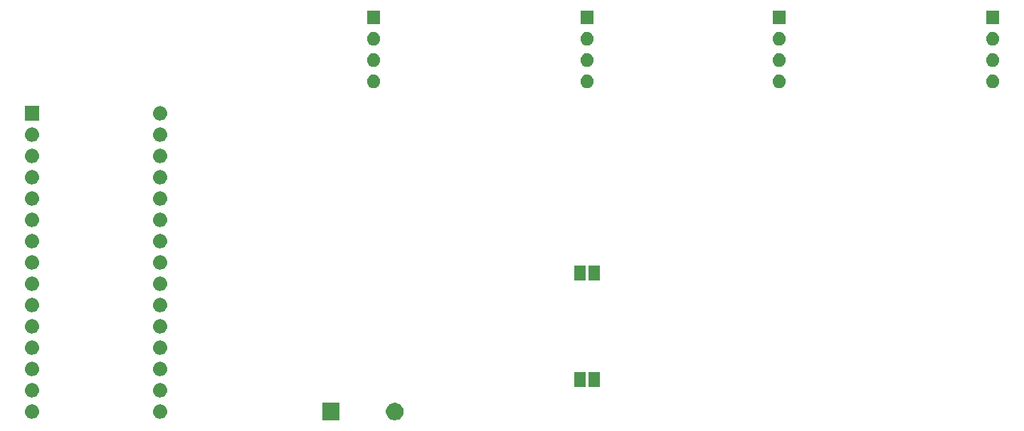
<source format=gts>
G04 #@! TF.GenerationSoftware,KiCad,Pcbnew,(5.1.0)-1*
G04 #@! TF.CreationDate,2019-10-21T13:58:11-04:00*
G04 #@! TF.ProjectId,PCB_NEW,5043425f-4e45-4572-9e6b-696361645f70,rev?*
G04 #@! TF.SameCoordinates,Original*
G04 #@! TF.FileFunction,Soldermask,Top*
G04 #@! TF.FilePolarity,Negative*
%FSLAX46Y46*%
G04 Gerber Fmt 4.6, Leading zero omitted, Abs format (unit mm)*
G04 Created by KiCad (PCBNEW (5.1.0)-1) date 2019-10-21 13:58:11*
%MOMM*%
%LPD*%
G04 APERTURE LIST*
%ADD10C,0.100000*%
G04 APERTURE END LIST*
D10*
G36*
X105696564Y-122179389D02*
G01*
X105887833Y-122258615D01*
X105887835Y-122258616D01*
X106008138Y-122339000D01*
X106059973Y-122373635D01*
X106206365Y-122520027D01*
X106321385Y-122692167D01*
X106400611Y-122883436D01*
X106441000Y-123086484D01*
X106441000Y-123293516D01*
X106400611Y-123496564D01*
X106330811Y-123665076D01*
X106321384Y-123687835D01*
X106206365Y-123859973D01*
X106059973Y-124006365D01*
X105887835Y-124121384D01*
X105887834Y-124121385D01*
X105887833Y-124121385D01*
X105696564Y-124200611D01*
X105493516Y-124241000D01*
X105286484Y-124241000D01*
X105083436Y-124200611D01*
X104892167Y-124121385D01*
X104892166Y-124121385D01*
X104892165Y-124121384D01*
X104720027Y-124006365D01*
X104573635Y-123859973D01*
X104458616Y-123687835D01*
X104449189Y-123665076D01*
X104379389Y-123496564D01*
X104339000Y-123293516D01*
X104339000Y-123086484D01*
X104379389Y-122883436D01*
X104458615Y-122692167D01*
X104573635Y-122520027D01*
X104720027Y-122373635D01*
X104771862Y-122339000D01*
X104892165Y-122258616D01*
X104892167Y-122258615D01*
X105083436Y-122179389D01*
X105286484Y-122139000D01*
X105493516Y-122139000D01*
X105696564Y-122179389D01*
X105696564Y-122179389D01*
G37*
G36*
X98841000Y-124241000D02*
G01*
X96739000Y-124241000D01*
X96739000Y-122139000D01*
X98841000Y-122139000D01*
X98841000Y-124241000D01*
X98841000Y-124241000D01*
G37*
G36*
X62396823Y-122351313D02*
G01*
X62557242Y-122399976D01*
X62689906Y-122470886D01*
X62705078Y-122478996D01*
X62834659Y-122585341D01*
X62941004Y-122714922D01*
X62941005Y-122714924D01*
X63020024Y-122862758D01*
X63068687Y-123023177D01*
X63085117Y-123190000D01*
X63068687Y-123356823D01*
X63020024Y-123517242D01*
X62949114Y-123649906D01*
X62941004Y-123665078D01*
X62834659Y-123794659D01*
X62705078Y-123901004D01*
X62705076Y-123901005D01*
X62557242Y-123980024D01*
X62396823Y-124028687D01*
X62271804Y-124041000D01*
X62188196Y-124041000D01*
X62063177Y-124028687D01*
X61902758Y-123980024D01*
X61754924Y-123901005D01*
X61754922Y-123901004D01*
X61625341Y-123794659D01*
X61518996Y-123665078D01*
X61510886Y-123649906D01*
X61439976Y-123517242D01*
X61391313Y-123356823D01*
X61374883Y-123190000D01*
X61391313Y-123023177D01*
X61439976Y-122862758D01*
X61518995Y-122714924D01*
X61518996Y-122714922D01*
X61625341Y-122585341D01*
X61754922Y-122478996D01*
X61770094Y-122470886D01*
X61902758Y-122399976D01*
X62063177Y-122351313D01*
X62188196Y-122339000D01*
X62271804Y-122339000D01*
X62396823Y-122351313D01*
X62396823Y-122351313D01*
G37*
G36*
X77636823Y-122351313D02*
G01*
X77797242Y-122399976D01*
X77929906Y-122470886D01*
X77945078Y-122478996D01*
X78074659Y-122585341D01*
X78181004Y-122714922D01*
X78181005Y-122714924D01*
X78260024Y-122862758D01*
X78308687Y-123023177D01*
X78325117Y-123190000D01*
X78308687Y-123356823D01*
X78260024Y-123517242D01*
X78189114Y-123649906D01*
X78181004Y-123665078D01*
X78074659Y-123794659D01*
X77945078Y-123901004D01*
X77945076Y-123901005D01*
X77797242Y-123980024D01*
X77636823Y-124028687D01*
X77511804Y-124041000D01*
X77428196Y-124041000D01*
X77303177Y-124028687D01*
X77142758Y-123980024D01*
X76994924Y-123901005D01*
X76994922Y-123901004D01*
X76865341Y-123794659D01*
X76758996Y-123665078D01*
X76750886Y-123649906D01*
X76679976Y-123517242D01*
X76631313Y-123356823D01*
X76614883Y-123190000D01*
X76631313Y-123023177D01*
X76679976Y-122862758D01*
X76758995Y-122714924D01*
X76758996Y-122714922D01*
X76865341Y-122585341D01*
X76994922Y-122478996D01*
X77010094Y-122470886D01*
X77142758Y-122399976D01*
X77303177Y-122351313D01*
X77428196Y-122339000D01*
X77511804Y-122339000D01*
X77636823Y-122351313D01*
X77636823Y-122351313D01*
G37*
G36*
X77636823Y-119811313D02*
G01*
X77797242Y-119859976D01*
X77929906Y-119930886D01*
X77945078Y-119938996D01*
X78074659Y-120045341D01*
X78181004Y-120174922D01*
X78181005Y-120174924D01*
X78260024Y-120322758D01*
X78308687Y-120483177D01*
X78325117Y-120650000D01*
X78308687Y-120816823D01*
X78260024Y-120977242D01*
X78189114Y-121109906D01*
X78181004Y-121125078D01*
X78074659Y-121254659D01*
X77945078Y-121361004D01*
X77945076Y-121361005D01*
X77797242Y-121440024D01*
X77636823Y-121488687D01*
X77511804Y-121501000D01*
X77428196Y-121501000D01*
X77303177Y-121488687D01*
X77142758Y-121440024D01*
X76994924Y-121361005D01*
X76994922Y-121361004D01*
X76865341Y-121254659D01*
X76758996Y-121125078D01*
X76750886Y-121109906D01*
X76679976Y-120977242D01*
X76631313Y-120816823D01*
X76614883Y-120650000D01*
X76631313Y-120483177D01*
X76679976Y-120322758D01*
X76758995Y-120174924D01*
X76758996Y-120174922D01*
X76865341Y-120045341D01*
X76994922Y-119938996D01*
X77010094Y-119930886D01*
X77142758Y-119859976D01*
X77303177Y-119811313D01*
X77428196Y-119799000D01*
X77511804Y-119799000D01*
X77636823Y-119811313D01*
X77636823Y-119811313D01*
G37*
G36*
X62396823Y-119811313D02*
G01*
X62557242Y-119859976D01*
X62689906Y-119930886D01*
X62705078Y-119938996D01*
X62834659Y-120045341D01*
X62941004Y-120174922D01*
X62941005Y-120174924D01*
X63020024Y-120322758D01*
X63068687Y-120483177D01*
X63085117Y-120650000D01*
X63068687Y-120816823D01*
X63020024Y-120977242D01*
X62949114Y-121109906D01*
X62941004Y-121125078D01*
X62834659Y-121254659D01*
X62705078Y-121361004D01*
X62705076Y-121361005D01*
X62557242Y-121440024D01*
X62396823Y-121488687D01*
X62271804Y-121501000D01*
X62188196Y-121501000D01*
X62063177Y-121488687D01*
X61902758Y-121440024D01*
X61754924Y-121361005D01*
X61754922Y-121361004D01*
X61625341Y-121254659D01*
X61518996Y-121125078D01*
X61510886Y-121109906D01*
X61439976Y-120977242D01*
X61391313Y-120816823D01*
X61374883Y-120650000D01*
X61391313Y-120483177D01*
X61439976Y-120322758D01*
X61518995Y-120174924D01*
X61518996Y-120174922D01*
X61625341Y-120045341D01*
X61754922Y-119938996D01*
X61770094Y-119930886D01*
X61902758Y-119859976D01*
X62063177Y-119811313D01*
X62188196Y-119799000D01*
X62271804Y-119799000D01*
X62396823Y-119811313D01*
X62396823Y-119811313D01*
G37*
G36*
X128066000Y-120231000D02*
G01*
X126714000Y-120231000D01*
X126714000Y-118529000D01*
X128066000Y-118529000D01*
X128066000Y-120231000D01*
X128066000Y-120231000D01*
G37*
G36*
X129826000Y-120231000D02*
G01*
X128474000Y-120231000D01*
X128474000Y-118529000D01*
X129826000Y-118529000D01*
X129826000Y-120231000D01*
X129826000Y-120231000D01*
G37*
G36*
X77636823Y-117271313D02*
G01*
X77797242Y-117319976D01*
X77929906Y-117390886D01*
X77945078Y-117398996D01*
X78074659Y-117505341D01*
X78181004Y-117634922D01*
X78181005Y-117634924D01*
X78260024Y-117782758D01*
X78308687Y-117943177D01*
X78325117Y-118110000D01*
X78308687Y-118276823D01*
X78260024Y-118437242D01*
X78210978Y-118529000D01*
X78181004Y-118585078D01*
X78074659Y-118714659D01*
X77945078Y-118821004D01*
X77945076Y-118821005D01*
X77797242Y-118900024D01*
X77636823Y-118948687D01*
X77511804Y-118961000D01*
X77428196Y-118961000D01*
X77303177Y-118948687D01*
X77142758Y-118900024D01*
X76994924Y-118821005D01*
X76994922Y-118821004D01*
X76865341Y-118714659D01*
X76758996Y-118585078D01*
X76729022Y-118529000D01*
X76679976Y-118437242D01*
X76631313Y-118276823D01*
X76614883Y-118110000D01*
X76631313Y-117943177D01*
X76679976Y-117782758D01*
X76758995Y-117634924D01*
X76758996Y-117634922D01*
X76865341Y-117505341D01*
X76994922Y-117398996D01*
X77010094Y-117390886D01*
X77142758Y-117319976D01*
X77303177Y-117271313D01*
X77428196Y-117259000D01*
X77511804Y-117259000D01*
X77636823Y-117271313D01*
X77636823Y-117271313D01*
G37*
G36*
X62396823Y-117271313D02*
G01*
X62557242Y-117319976D01*
X62689906Y-117390886D01*
X62705078Y-117398996D01*
X62834659Y-117505341D01*
X62941004Y-117634922D01*
X62941005Y-117634924D01*
X63020024Y-117782758D01*
X63068687Y-117943177D01*
X63085117Y-118110000D01*
X63068687Y-118276823D01*
X63020024Y-118437242D01*
X62970978Y-118529000D01*
X62941004Y-118585078D01*
X62834659Y-118714659D01*
X62705078Y-118821004D01*
X62705076Y-118821005D01*
X62557242Y-118900024D01*
X62396823Y-118948687D01*
X62271804Y-118961000D01*
X62188196Y-118961000D01*
X62063177Y-118948687D01*
X61902758Y-118900024D01*
X61754924Y-118821005D01*
X61754922Y-118821004D01*
X61625341Y-118714659D01*
X61518996Y-118585078D01*
X61489022Y-118529000D01*
X61439976Y-118437242D01*
X61391313Y-118276823D01*
X61374883Y-118110000D01*
X61391313Y-117943177D01*
X61439976Y-117782758D01*
X61518995Y-117634924D01*
X61518996Y-117634922D01*
X61625341Y-117505341D01*
X61754922Y-117398996D01*
X61770094Y-117390886D01*
X61902758Y-117319976D01*
X62063177Y-117271313D01*
X62188196Y-117259000D01*
X62271804Y-117259000D01*
X62396823Y-117271313D01*
X62396823Y-117271313D01*
G37*
G36*
X77636823Y-114731313D02*
G01*
X77797242Y-114779976D01*
X77929906Y-114850886D01*
X77945078Y-114858996D01*
X78074659Y-114965341D01*
X78181004Y-115094922D01*
X78181005Y-115094924D01*
X78260024Y-115242758D01*
X78308687Y-115403177D01*
X78325117Y-115570000D01*
X78308687Y-115736823D01*
X78260024Y-115897242D01*
X78189114Y-116029906D01*
X78181004Y-116045078D01*
X78074659Y-116174659D01*
X77945078Y-116281004D01*
X77945076Y-116281005D01*
X77797242Y-116360024D01*
X77636823Y-116408687D01*
X77511804Y-116421000D01*
X77428196Y-116421000D01*
X77303177Y-116408687D01*
X77142758Y-116360024D01*
X76994924Y-116281005D01*
X76994922Y-116281004D01*
X76865341Y-116174659D01*
X76758996Y-116045078D01*
X76750886Y-116029906D01*
X76679976Y-115897242D01*
X76631313Y-115736823D01*
X76614883Y-115570000D01*
X76631313Y-115403177D01*
X76679976Y-115242758D01*
X76758995Y-115094924D01*
X76758996Y-115094922D01*
X76865341Y-114965341D01*
X76994922Y-114858996D01*
X77010094Y-114850886D01*
X77142758Y-114779976D01*
X77303177Y-114731313D01*
X77428196Y-114719000D01*
X77511804Y-114719000D01*
X77636823Y-114731313D01*
X77636823Y-114731313D01*
G37*
G36*
X62396823Y-114731313D02*
G01*
X62557242Y-114779976D01*
X62689906Y-114850886D01*
X62705078Y-114858996D01*
X62834659Y-114965341D01*
X62941004Y-115094922D01*
X62941005Y-115094924D01*
X63020024Y-115242758D01*
X63068687Y-115403177D01*
X63085117Y-115570000D01*
X63068687Y-115736823D01*
X63020024Y-115897242D01*
X62949114Y-116029906D01*
X62941004Y-116045078D01*
X62834659Y-116174659D01*
X62705078Y-116281004D01*
X62705076Y-116281005D01*
X62557242Y-116360024D01*
X62396823Y-116408687D01*
X62271804Y-116421000D01*
X62188196Y-116421000D01*
X62063177Y-116408687D01*
X61902758Y-116360024D01*
X61754924Y-116281005D01*
X61754922Y-116281004D01*
X61625341Y-116174659D01*
X61518996Y-116045078D01*
X61510886Y-116029906D01*
X61439976Y-115897242D01*
X61391313Y-115736823D01*
X61374883Y-115570000D01*
X61391313Y-115403177D01*
X61439976Y-115242758D01*
X61518995Y-115094924D01*
X61518996Y-115094922D01*
X61625341Y-114965341D01*
X61754922Y-114858996D01*
X61770094Y-114850886D01*
X61902758Y-114779976D01*
X62063177Y-114731313D01*
X62188196Y-114719000D01*
X62271804Y-114719000D01*
X62396823Y-114731313D01*
X62396823Y-114731313D01*
G37*
G36*
X62396823Y-112191313D02*
G01*
X62557242Y-112239976D01*
X62689906Y-112310886D01*
X62705078Y-112318996D01*
X62834659Y-112425341D01*
X62941004Y-112554922D01*
X62941005Y-112554924D01*
X63020024Y-112702758D01*
X63068687Y-112863177D01*
X63085117Y-113030000D01*
X63068687Y-113196823D01*
X63020024Y-113357242D01*
X62949114Y-113489906D01*
X62941004Y-113505078D01*
X62834659Y-113634659D01*
X62705078Y-113741004D01*
X62705076Y-113741005D01*
X62557242Y-113820024D01*
X62396823Y-113868687D01*
X62271804Y-113881000D01*
X62188196Y-113881000D01*
X62063177Y-113868687D01*
X61902758Y-113820024D01*
X61754924Y-113741005D01*
X61754922Y-113741004D01*
X61625341Y-113634659D01*
X61518996Y-113505078D01*
X61510886Y-113489906D01*
X61439976Y-113357242D01*
X61391313Y-113196823D01*
X61374883Y-113030000D01*
X61391313Y-112863177D01*
X61439976Y-112702758D01*
X61518995Y-112554924D01*
X61518996Y-112554922D01*
X61625341Y-112425341D01*
X61754922Y-112318996D01*
X61770094Y-112310886D01*
X61902758Y-112239976D01*
X62063177Y-112191313D01*
X62188196Y-112179000D01*
X62271804Y-112179000D01*
X62396823Y-112191313D01*
X62396823Y-112191313D01*
G37*
G36*
X77636823Y-112191313D02*
G01*
X77797242Y-112239976D01*
X77929906Y-112310886D01*
X77945078Y-112318996D01*
X78074659Y-112425341D01*
X78181004Y-112554922D01*
X78181005Y-112554924D01*
X78260024Y-112702758D01*
X78308687Y-112863177D01*
X78325117Y-113030000D01*
X78308687Y-113196823D01*
X78260024Y-113357242D01*
X78189114Y-113489906D01*
X78181004Y-113505078D01*
X78074659Y-113634659D01*
X77945078Y-113741004D01*
X77945076Y-113741005D01*
X77797242Y-113820024D01*
X77636823Y-113868687D01*
X77511804Y-113881000D01*
X77428196Y-113881000D01*
X77303177Y-113868687D01*
X77142758Y-113820024D01*
X76994924Y-113741005D01*
X76994922Y-113741004D01*
X76865341Y-113634659D01*
X76758996Y-113505078D01*
X76750886Y-113489906D01*
X76679976Y-113357242D01*
X76631313Y-113196823D01*
X76614883Y-113030000D01*
X76631313Y-112863177D01*
X76679976Y-112702758D01*
X76758995Y-112554924D01*
X76758996Y-112554922D01*
X76865341Y-112425341D01*
X76994922Y-112318996D01*
X77010094Y-112310886D01*
X77142758Y-112239976D01*
X77303177Y-112191313D01*
X77428196Y-112179000D01*
X77511804Y-112179000D01*
X77636823Y-112191313D01*
X77636823Y-112191313D01*
G37*
G36*
X77636823Y-109651313D02*
G01*
X77797242Y-109699976D01*
X77929906Y-109770886D01*
X77945078Y-109778996D01*
X78074659Y-109885341D01*
X78181004Y-110014922D01*
X78181005Y-110014924D01*
X78260024Y-110162758D01*
X78308687Y-110323177D01*
X78325117Y-110490000D01*
X78308687Y-110656823D01*
X78260024Y-110817242D01*
X78189114Y-110949906D01*
X78181004Y-110965078D01*
X78074659Y-111094659D01*
X77945078Y-111201004D01*
X77945076Y-111201005D01*
X77797242Y-111280024D01*
X77636823Y-111328687D01*
X77511804Y-111341000D01*
X77428196Y-111341000D01*
X77303177Y-111328687D01*
X77142758Y-111280024D01*
X76994924Y-111201005D01*
X76994922Y-111201004D01*
X76865341Y-111094659D01*
X76758996Y-110965078D01*
X76750886Y-110949906D01*
X76679976Y-110817242D01*
X76631313Y-110656823D01*
X76614883Y-110490000D01*
X76631313Y-110323177D01*
X76679976Y-110162758D01*
X76758995Y-110014924D01*
X76758996Y-110014922D01*
X76865341Y-109885341D01*
X76994922Y-109778996D01*
X77010094Y-109770886D01*
X77142758Y-109699976D01*
X77303177Y-109651313D01*
X77428196Y-109639000D01*
X77511804Y-109639000D01*
X77636823Y-109651313D01*
X77636823Y-109651313D01*
G37*
G36*
X62396823Y-109651313D02*
G01*
X62557242Y-109699976D01*
X62689906Y-109770886D01*
X62705078Y-109778996D01*
X62834659Y-109885341D01*
X62941004Y-110014922D01*
X62941005Y-110014924D01*
X63020024Y-110162758D01*
X63068687Y-110323177D01*
X63085117Y-110490000D01*
X63068687Y-110656823D01*
X63020024Y-110817242D01*
X62949114Y-110949906D01*
X62941004Y-110965078D01*
X62834659Y-111094659D01*
X62705078Y-111201004D01*
X62705076Y-111201005D01*
X62557242Y-111280024D01*
X62396823Y-111328687D01*
X62271804Y-111341000D01*
X62188196Y-111341000D01*
X62063177Y-111328687D01*
X61902758Y-111280024D01*
X61754924Y-111201005D01*
X61754922Y-111201004D01*
X61625341Y-111094659D01*
X61518996Y-110965078D01*
X61510886Y-110949906D01*
X61439976Y-110817242D01*
X61391313Y-110656823D01*
X61374883Y-110490000D01*
X61391313Y-110323177D01*
X61439976Y-110162758D01*
X61518995Y-110014924D01*
X61518996Y-110014922D01*
X61625341Y-109885341D01*
X61754922Y-109778996D01*
X61770094Y-109770886D01*
X61902758Y-109699976D01*
X62063177Y-109651313D01*
X62188196Y-109639000D01*
X62271804Y-109639000D01*
X62396823Y-109651313D01*
X62396823Y-109651313D01*
G37*
G36*
X62396823Y-107111313D02*
G01*
X62557242Y-107159976D01*
X62689906Y-107230886D01*
X62705078Y-107238996D01*
X62834659Y-107345341D01*
X62941004Y-107474922D01*
X62941005Y-107474924D01*
X63020024Y-107622758D01*
X63068687Y-107783177D01*
X63085117Y-107950000D01*
X63068687Y-108116823D01*
X63020024Y-108277242D01*
X62949114Y-108409906D01*
X62941004Y-108425078D01*
X62834659Y-108554659D01*
X62705078Y-108661004D01*
X62705076Y-108661005D01*
X62557242Y-108740024D01*
X62396823Y-108788687D01*
X62271804Y-108801000D01*
X62188196Y-108801000D01*
X62063177Y-108788687D01*
X61902758Y-108740024D01*
X61754924Y-108661005D01*
X61754922Y-108661004D01*
X61625341Y-108554659D01*
X61518996Y-108425078D01*
X61510886Y-108409906D01*
X61439976Y-108277242D01*
X61391313Y-108116823D01*
X61374883Y-107950000D01*
X61391313Y-107783177D01*
X61439976Y-107622758D01*
X61518995Y-107474924D01*
X61518996Y-107474922D01*
X61625341Y-107345341D01*
X61754922Y-107238996D01*
X61770094Y-107230886D01*
X61902758Y-107159976D01*
X62063177Y-107111313D01*
X62188196Y-107099000D01*
X62271804Y-107099000D01*
X62396823Y-107111313D01*
X62396823Y-107111313D01*
G37*
G36*
X77636823Y-107111313D02*
G01*
X77797242Y-107159976D01*
X77929906Y-107230886D01*
X77945078Y-107238996D01*
X78074659Y-107345341D01*
X78181004Y-107474922D01*
X78181005Y-107474924D01*
X78260024Y-107622758D01*
X78308687Y-107783177D01*
X78325117Y-107950000D01*
X78308687Y-108116823D01*
X78260024Y-108277242D01*
X78189114Y-108409906D01*
X78181004Y-108425078D01*
X78074659Y-108554659D01*
X77945078Y-108661004D01*
X77945076Y-108661005D01*
X77797242Y-108740024D01*
X77636823Y-108788687D01*
X77511804Y-108801000D01*
X77428196Y-108801000D01*
X77303177Y-108788687D01*
X77142758Y-108740024D01*
X76994924Y-108661005D01*
X76994922Y-108661004D01*
X76865341Y-108554659D01*
X76758996Y-108425078D01*
X76750886Y-108409906D01*
X76679976Y-108277242D01*
X76631313Y-108116823D01*
X76614883Y-107950000D01*
X76631313Y-107783177D01*
X76679976Y-107622758D01*
X76758995Y-107474924D01*
X76758996Y-107474922D01*
X76865341Y-107345341D01*
X76994922Y-107238996D01*
X77010094Y-107230886D01*
X77142758Y-107159976D01*
X77303177Y-107111313D01*
X77428196Y-107099000D01*
X77511804Y-107099000D01*
X77636823Y-107111313D01*
X77636823Y-107111313D01*
G37*
G36*
X129826000Y-107531000D02*
G01*
X128474000Y-107531000D01*
X128474000Y-105829000D01*
X129826000Y-105829000D01*
X129826000Y-107531000D01*
X129826000Y-107531000D01*
G37*
G36*
X128066000Y-107531000D02*
G01*
X126714000Y-107531000D01*
X126714000Y-105829000D01*
X128066000Y-105829000D01*
X128066000Y-107531000D01*
X128066000Y-107531000D01*
G37*
G36*
X77636823Y-104571313D02*
G01*
X77797242Y-104619976D01*
X77929906Y-104690886D01*
X77945078Y-104698996D01*
X78074659Y-104805341D01*
X78181004Y-104934922D01*
X78181005Y-104934924D01*
X78260024Y-105082758D01*
X78308687Y-105243177D01*
X78325117Y-105410000D01*
X78308687Y-105576823D01*
X78260024Y-105737242D01*
X78210978Y-105829000D01*
X78181004Y-105885078D01*
X78074659Y-106014659D01*
X77945078Y-106121004D01*
X77945076Y-106121005D01*
X77797242Y-106200024D01*
X77636823Y-106248687D01*
X77511804Y-106261000D01*
X77428196Y-106261000D01*
X77303177Y-106248687D01*
X77142758Y-106200024D01*
X76994924Y-106121005D01*
X76994922Y-106121004D01*
X76865341Y-106014659D01*
X76758996Y-105885078D01*
X76729022Y-105829000D01*
X76679976Y-105737242D01*
X76631313Y-105576823D01*
X76614883Y-105410000D01*
X76631313Y-105243177D01*
X76679976Y-105082758D01*
X76758995Y-104934924D01*
X76758996Y-104934922D01*
X76865341Y-104805341D01*
X76994922Y-104698996D01*
X77010094Y-104690886D01*
X77142758Y-104619976D01*
X77303177Y-104571313D01*
X77428196Y-104559000D01*
X77511804Y-104559000D01*
X77636823Y-104571313D01*
X77636823Y-104571313D01*
G37*
G36*
X62396823Y-104571313D02*
G01*
X62557242Y-104619976D01*
X62689906Y-104690886D01*
X62705078Y-104698996D01*
X62834659Y-104805341D01*
X62941004Y-104934922D01*
X62941005Y-104934924D01*
X63020024Y-105082758D01*
X63068687Y-105243177D01*
X63085117Y-105410000D01*
X63068687Y-105576823D01*
X63020024Y-105737242D01*
X62970978Y-105829000D01*
X62941004Y-105885078D01*
X62834659Y-106014659D01*
X62705078Y-106121004D01*
X62705076Y-106121005D01*
X62557242Y-106200024D01*
X62396823Y-106248687D01*
X62271804Y-106261000D01*
X62188196Y-106261000D01*
X62063177Y-106248687D01*
X61902758Y-106200024D01*
X61754924Y-106121005D01*
X61754922Y-106121004D01*
X61625341Y-106014659D01*
X61518996Y-105885078D01*
X61489022Y-105829000D01*
X61439976Y-105737242D01*
X61391313Y-105576823D01*
X61374883Y-105410000D01*
X61391313Y-105243177D01*
X61439976Y-105082758D01*
X61518995Y-104934924D01*
X61518996Y-104934922D01*
X61625341Y-104805341D01*
X61754922Y-104698996D01*
X61770094Y-104690886D01*
X61902758Y-104619976D01*
X62063177Y-104571313D01*
X62188196Y-104559000D01*
X62271804Y-104559000D01*
X62396823Y-104571313D01*
X62396823Y-104571313D01*
G37*
G36*
X77636823Y-102031313D02*
G01*
X77797242Y-102079976D01*
X77929906Y-102150886D01*
X77945078Y-102158996D01*
X78074659Y-102265341D01*
X78181004Y-102394922D01*
X78181005Y-102394924D01*
X78260024Y-102542758D01*
X78308687Y-102703177D01*
X78325117Y-102870000D01*
X78308687Y-103036823D01*
X78260024Y-103197242D01*
X78189114Y-103329906D01*
X78181004Y-103345078D01*
X78074659Y-103474659D01*
X77945078Y-103581004D01*
X77945076Y-103581005D01*
X77797242Y-103660024D01*
X77636823Y-103708687D01*
X77511804Y-103721000D01*
X77428196Y-103721000D01*
X77303177Y-103708687D01*
X77142758Y-103660024D01*
X76994924Y-103581005D01*
X76994922Y-103581004D01*
X76865341Y-103474659D01*
X76758996Y-103345078D01*
X76750886Y-103329906D01*
X76679976Y-103197242D01*
X76631313Y-103036823D01*
X76614883Y-102870000D01*
X76631313Y-102703177D01*
X76679976Y-102542758D01*
X76758995Y-102394924D01*
X76758996Y-102394922D01*
X76865341Y-102265341D01*
X76994922Y-102158996D01*
X77010094Y-102150886D01*
X77142758Y-102079976D01*
X77303177Y-102031313D01*
X77428196Y-102019000D01*
X77511804Y-102019000D01*
X77636823Y-102031313D01*
X77636823Y-102031313D01*
G37*
G36*
X62396823Y-102031313D02*
G01*
X62557242Y-102079976D01*
X62689906Y-102150886D01*
X62705078Y-102158996D01*
X62834659Y-102265341D01*
X62941004Y-102394922D01*
X62941005Y-102394924D01*
X63020024Y-102542758D01*
X63068687Y-102703177D01*
X63085117Y-102870000D01*
X63068687Y-103036823D01*
X63020024Y-103197242D01*
X62949114Y-103329906D01*
X62941004Y-103345078D01*
X62834659Y-103474659D01*
X62705078Y-103581004D01*
X62705076Y-103581005D01*
X62557242Y-103660024D01*
X62396823Y-103708687D01*
X62271804Y-103721000D01*
X62188196Y-103721000D01*
X62063177Y-103708687D01*
X61902758Y-103660024D01*
X61754924Y-103581005D01*
X61754922Y-103581004D01*
X61625341Y-103474659D01*
X61518996Y-103345078D01*
X61510886Y-103329906D01*
X61439976Y-103197242D01*
X61391313Y-103036823D01*
X61374883Y-102870000D01*
X61391313Y-102703177D01*
X61439976Y-102542758D01*
X61518995Y-102394924D01*
X61518996Y-102394922D01*
X61625341Y-102265341D01*
X61754922Y-102158996D01*
X61770094Y-102150886D01*
X61902758Y-102079976D01*
X62063177Y-102031313D01*
X62188196Y-102019000D01*
X62271804Y-102019000D01*
X62396823Y-102031313D01*
X62396823Y-102031313D01*
G37*
G36*
X62396823Y-99491313D02*
G01*
X62557242Y-99539976D01*
X62689906Y-99610886D01*
X62705078Y-99618996D01*
X62834659Y-99725341D01*
X62941004Y-99854922D01*
X62941005Y-99854924D01*
X63020024Y-100002758D01*
X63068687Y-100163177D01*
X63085117Y-100330000D01*
X63068687Y-100496823D01*
X63020024Y-100657242D01*
X62949114Y-100789906D01*
X62941004Y-100805078D01*
X62834659Y-100934659D01*
X62705078Y-101041004D01*
X62705076Y-101041005D01*
X62557242Y-101120024D01*
X62396823Y-101168687D01*
X62271804Y-101181000D01*
X62188196Y-101181000D01*
X62063177Y-101168687D01*
X61902758Y-101120024D01*
X61754924Y-101041005D01*
X61754922Y-101041004D01*
X61625341Y-100934659D01*
X61518996Y-100805078D01*
X61510886Y-100789906D01*
X61439976Y-100657242D01*
X61391313Y-100496823D01*
X61374883Y-100330000D01*
X61391313Y-100163177D01*
X61439976Y-100002758D01*
X61518995Y-99854924D01*
X61518996Y-99854922D01*
X61625341Y-99725341D01*
X61754922Y-99618996D01*
X61770094Y-99610886D01*
X61902758Y-99539976D01*
X62063177Y-99491313D01*
X62188196Y-99479000D01*
X62271804Y-99479000D01*
X62396823Y-99491313D01*
X62396823Y-99491313D01*
G37*
G36*
X77636823Y-99491313D02*
G01*
X77797242Y-99539976D01*
X77929906Y-99610886D01*
X77945078Y-99618996D01*
X78074659Y-99725341D01*
X78181004Y-99854922D01*
X78181005Y-99854924D01*
X78260024Y-100002758D01*
X78308687Y-100163177D01*
X78325117Y-100330000D01*
X78308687Y-100496823D01*
X78260024Y-100657242D01*
X78189114Y-100789906D01*
X78181004Y-100805078D01*
X78074659Y-100934659D01*
X77945078Y-101041004D01*
X77945076Y-101041005D01*
X77797242Y-101120024D01*
X77636823Y-101168687D01*
X77511804Y-101181000D01*
X77428196Y-101181000D01*
X77303177Y-101168687D01*
X77142758Y-101120024D01*
X76994924Y-101041005D01*
X76994922Y-101041004D01*
X76865341Y-100934659D01*
X76758996Y-100805078D01*
X76750886Y-100789906D01*
X76679976Y-100657242D01*
X76631313Y-100496823D01*
X76614883Y-100330000D01*
X76631313Y-100163177D01*
X76679976Y-100002758D01*
X76758995Y-99854924D01*
X76758996Y-99854922D01*
X76865341Y-99725341D01*
X76994922Y-99618996D01*
X77010094Y-99610886D01*
X77142758Y-99539976D01*
X77303177Y-99491313D01*
X77428196Y-99479000D01*
X77511804Y-99479000D01*
X77636823Y-99491313D01*
X77636823Y-99491313D01*
G37*
G36*
X62396823Y-96951313D02*
G01*
X62557242Y-96999976D01*
X62689906Y-97070886D01*
X62705078Y-97078996D01*
X62834659Y-97185341D01*
X62941004Y-97314922D01*
X62941005Y-97314924D01*
X63020024Y-97462758D01*
X63068687Y-97623177D01*
X63085117Y-97790000D01*
X63068687Y-97956823D01*
X63020024Y-98117242D01*
X62949114Y-98249906D01*
X62941004Y-98265078D01*
X62834659Y-98394659D01*
X62705078Y-98501004D01*
X62705076Y-98501005D01*
X62557242Y-98580024D01*
X62396823Y-98628687D01*
X62271804Y-98641000D01*
X62188196Y-98641000D01*
X62063177Y-98628687D01*
X61902758Y-98580024D01*
X61754924Y-98501005D01*
X61754922Y-98501004D01*
X61625341Y-98394659D01*
X61518996Y-98265078D01*
X61510886Y-98249906D01*
X61439976Y-98117242D01*
X61391313Y-97956823D01*
X61374883Y-97790000D01*
X61391313Y-97623177D01*
X61439976Y-97462758D01*
X61518995Y-97314924D01*
X61518996Y-97314922D01*
X61625341Y-97185341D01*
X61754922Y-97078996D01*
X61770094Y-97070886D01*
X61902758Y-96999976D01*
X62063177Y-96951313D01*
X62188196Y-96939000D01*
X62271804Y-96939000D01*
X62396823Y-96951313D01*
X62396823Y-96951313D01*
G37*
G36*
X77636823Y-96951313D02*
G01*
X77797242Y-96999976D01*
X77929906Y-97070886D01*
X77945078Y-97078996D01*
X78074659Y-97185341D01*
X78181004Y-97314922D01*
X78181005Y-97314924D01*
X78260024Y-97462758D01*
X78308687Y-97623177D01*
X78325117Y-97790000D01*
X78308687Y-97956823D01*
X78260024Y-98117242D01*
X78189114Y-98249906D01*
X78181004Y-98265078D01*
X78074659Y-98394659D01*
X77945078Y-98501004D01*
X77945076Y-98501005D01*
X77797242Y-98580024D01*
X77636823Y-98628687D01*
X77511804Y-98641000D01*
X77428196Y-98641000D01*
X77303177Y-98628687D01*
X77142758Y-98580024D01*
X76994924Y-98501005D01*
X76994922Y-98501004D01*
X76865341Y-98394659D01*
X76758996Y-98265078D01*
X76750886Y-98249906D01*
X76679976Y-98117242D01*
X76631313Y-97956823D01*
X76614883Y-97790000D01*
X76631313Y-97623177D01*
X76679976Y-97462758D01*
X76758995Y-97314924D01*
X76758996Y-97314922D01*
X76865341Y-97185341D01*
X76994922Y-97078996D01*
X77010094Y-97070886D01*
X77142758Y-96999976D01*
X77303177Y-96951313D01*
X77428196Y-96939000D01*
X77511804Y-96939000D01*
X77636823Y-96951313D01*
X77636823Y-96951313D01*
G37*
G36*
X62396823Y-94411313D02*
G01*
X62557242Y-94459976D01*
X62689906Y-94530886D01*
X62705078Y-94538996D01*
X62834659Y-94645341D01*
X62941004Y-94774922D01*
X62941005Y-94774924D01*
X63020024Y-94922758D01*
X63068687Y-95083177D01*
X63085117Y-95250000D01*
X63068687Y-95416823D01*
X63020024Y-95577242D01*
X62949114Y-95709906D01*
X62941004Y-95725078D01*
X62834659Y-95854659D01*
X62705078Y-95961004D01*
X62705076Y-95961005D01*
X62557242Y-96040024D01*
X62396823Y-96088687D01*
X62271804Y-96101000D01*
X62188196Y-96101000D01*
X62063177Y-96088687D01*
X61902758Y-96040024D01*
X61754924Y-95961005D01*
X61754922Y-95961004D01*
X61625341Y-95854659D01*
X61518996Y-95725078D01*
X61510886Y-95709906D01*
X61439976Y-95577242D01*
X61391313Y-95416823D01*
X61374883Y-95250000D01*
X61391313Y-95083177D01*
X61439976Y-94922758D01*
X61518995Y-94774924D01*
X61518996Y-94774922D01*
X61625341Y-94645341D01*
X61754922Y-94538996D01*
X61770094Y-94530886D01*
X61902758Y-94459976D01*
X62063177Y-94411313D01*
X62188196Y-94399000D01*
X62271804Y-94399000D01*
X62396823Y-94411313D01*
X62396823Y-94411313D01*
G37*
G36*
X77636823Y-94411313D02*
G01*
X77797242Y-94459976D01*
X77929906Y-94530886D01*
X77945078Y-94538996D01*
X78074659Y-94645341D01*
X78181004Y-94774922D01*
X78181005Y-94774924D01*
X78260024Y-94922758D01*
X78308687Y-95083177D01*
X78325117Y-95250000D01*
X78308687Y-95416823D01*
X78260024Y-95577242D01*
X78189114Y-95709906D01*
X78181004Y-95725078D01*
X78074659Y-95854659D01*
X77945078Y-95961004D01*
X77945076Y-95961005D01*
X77797242Y-96040024D01*
X77636823Y-96088687D01*
X77511804Y-96101000D01*
X77428196Y-96101000D01*
X77303177Y-96088687D01*
X77142758Y-96040024D01*
X76994924Y-95961005D01*
X76994922Y-95961004D01*
X76865341Y-95854659D01*
X76758996Y-95725078D01*
X76750886Y-95709906D01*
X76679976Y-95577242D01*
X76631313Y-95416823D01*
X76614883Y-95250000D01*
X76631313Y-95083177D01*
X76679976Y-94922758D01*
X76758995Y-94774924D01*
X76758996Y-94774922D01*
X76865341Y-94645341D01*
X76994922Y-94538996D01*
X77010094Y-94530886D01*
X77142758Y-94459976D01*
X77303177Y-94411313D01*
X77428196Y-94399000D01*
X77511804Y-94399000D01*
X77636823Y-94411313D01*
X77636823Y-94411313D01*
G37*
G36*
X77636823Y-91871313D02*
G01*
X77797242Y-91919976D01*
X77929906Y-91990886D01*
X77945078Y-91998996D01*
X78074659Y-92105341D01*
X78181004Y-92234922D01*
X78181005Y-92234924D01*
X78260024Y-92382758D01*
X78308687Y-92543177D01*
X78325117Y-92710000D01*
X78308687Y-92876823D01*
X78260024Y-93037242D01*
X78189114Y-93169906D01*
X78181004Y-93185078D01*
X78074659Y-93314659D01*
X77945078Y-93421004D01*
X77945076Y-93421005D01*
X77797242Y-93500024D01*
X77636823Y-93548687D01*
X77511804Y-93561000D01*
X77428196Y-93561000D01*
X77303177Y-93548687D01*
X77142758Y-93500024D01*
X76994924Y-93421005D01*
X76994922Y-93421004D01*
X76865341Y-93314659D01*
X76758996Y-93185078D01*
X76750886Y-93169906D01*
X76679976Y-93037242D01*
X76631313Y-92876823D01*
X76614883Y-92710000D01*
X76631313Y-92543177D01*
X76679976Y-92382758D01*
X76758995Y-92234924D01*
X76758996Y-92234922D01*
X76865341Y-92105341D01*
X76994922Y-91998996D01*
X77010094Y-91990886D01*
X77142758Y-91919976D01*
X77303177Y-91871313D01*
X77428196Y-91859000D01*
X77511804Y-91859000D01*
X77636823Y-91871313D01*
X77636823Y-91871313D01*
G37*
G36*
X62396823Y-91871313D02*
G01*
X62557242Y-91919976D01*
X62689906Y-91990886D01*
X62705078Y-91998996D01*
X62834659Y-92105341D01*
X62941004Y-92234922D01*
X62941005Y-92234924D01*
X63020024Y-92382758D01*
X63068687Y-92543177D01*
X63085117Y-92710000D01*
X63068687Y-92876823D01*
X63020024Y-93037242D01*
X62949114Y-93169906D01*
X62941004Y-93185078D01*
X62834659Y-93314659D01*
X62705078Y-93421004D01*
X62705076Y-93421005D01*
X62557242Y-93500024D01*
X62396823Y-93548687D01*
X62271804Y-93561000D01*
X62188196Y-93561000D01*
X62063177Y-93548687D01*
X61902758Y-93500024D01*
X61754924Y-93421005D01*
X61754922Y-93421004D01*
X61625341Y-93314659D01*
X61518996Y-93185078D01*
X61510886Y-93169906D01*
X61439976Y-93037242D01*
X61391313Y-92876823D01*
X61374883Y-92710000D01*
X61391313Y-92543177D01*
X61439976Y-92382758D01*
X61518995Y-92234924D01*
X61518996Y-92234922D01*
X61625341Y-92105341D01*
X61754922Y-91998996D01*
X61770094Y-91990886D01*
X61902758Y-91919976D01*
X62063177Y-91871313D01*
X62188196Y-91859000D01*
X62271804Y-91859000D01*
X62396823Y-91871313D01*
X62396823Y-91871313D01*
G37*
G36*
X77636823Y-89331313D02*
G01*
X77797242Y-89379976D01*
X77929906Y-89450886D01*
X77945078Y-89458996D01*
X78074659Y-89565341D01*
X78181004Y-89694922D01*
X78181005Y-89694924D01*
X78260024Y-89842758D01*
X78308687Y-90003177D01*
X78325117Y-90170000D01*
X78308687Y-90336823D01*
X78260024Y-90497242D01*
X78189114Y-90629906D01*
X78181004Y-90645078D01*
X78074659Y-90774659D01*
X77945078Y-90881004D01*
X77945076Y-90881005D01*
X77797242Y-90960024D01*
X77636823Y-91008687D01*
X77511804Y-91021000D01*
X77428196Y-91021000D01*
X77303177Y-91008687D01*
X77142758Y-90960024D01*
X76994924Y-90881005D01*
X76994922Y-90881004D01*
X76865341Y-90774659D01*
X76758996Y-90645078D01*
X76750886Y-90629906D01*
X76679976Y-90497242D01*
X76631313Y-90336823D01*
X76614883Y-90170000D01*
X76631313Y-90003177D01*
X76679976Y-89842758D01*
X76758995Y-89694924D01*
X76758996Y-89694922D01*
X76865341Y-89565341D01*
X76994922Y-89458996D01*
X77010094Y-89450886D01*
X77142758Y-89379976D01*
X77303177Y-89331313D01*
X77428196Y-89319000D01*
X77511804Y-89319000D01*
X77636823Y-89331313D01*
X77636823Y-89331313D01*
G37*
G36*
X62396823Y-89331313D02*
G01*
X62557242Y-89379976D01*
X62689906Y-89450886D01*
X62705078Y-89458996D01*
X62834659Y-89565341D01*
X62941004Y-89694922D01*
X62941005Y-89694924D01*
X63020024Y-89842758D01*
X63068687Y-90003177D01*
X63085117Y-90170000D01*
X63068687Y-90336823D01*
X63020024Y-90497242D01*
X62949114Y-90629906D01*
X62941004Y-90645078D01*
X62834659Y-90774659D01*
X62705078Y-90881004D01*
X62705076Y-90881005D01*
X62557242Y-90960024D01*
X62396823Y-91008687D01*
X62271804Y-91021000D01*
X62188196Y-91021000D01*
X62063177Y-91008687D01*
X61902758Y-90960024D01*
X61754924Y-90881005D01*
X61754922Y-90881004D01*
X61625341Y-90774659D01*
X61518996Y-90645078D01*
X61510886Y-90629906D01*
X61439976Y-90497242D01*
X61391313Y-90336823D01*
X61374883Y-90170000D01*
X61391313Y-90003177D01*
X61439976Y-89842758D01*
X61518995Y-89694924D01*
X61518996Y-89694922D01*
X61625341Y-89565341D01*
X61754922Y-89458996D01*
X61770094Y-89450886D01*
X61902758Y-89379976D01*
X62063177Y-89331313D01*
X62188196Y-89319000D01*
X62271804Y-89319000D01*
X62396823Y-89331313D01*
X62396823Y-89331313D01*
G37*
G36*
X77636823Y-86791313D02*
G01*
X77797242Y-86839976D01*
X77929906Y-86910886D01*
X77945078Y-86918996D01*
X78074659Y-87025341D01*
X78181004Y-87154922D01*
X78181005Y-87154924D01*
X78260024Y-87302758D01*
X78308687Y-87463177D01*
X78325117Y-87630000D01*
X78308687Y-87796823D01*
X78260024Y-87957242D01*
X78189114Y-88089906D01*
X78181004Y-88105078D01*
X78074659Y-88234659D01*
X77945078Y-88341004D01*
X77945076Y-88341005D01*
X77797242Y-88420024D01*
X77636823Y-88468687D01*
X77511804Y-88481000D01*
X77428196Y-88481000D01*
X77303177Y-88468687D01*
X77142758Y-88420024D01*
X76994924Y-88341005D01*
X76994922Y-88341004D01*
X76865341Y-88234659D01*
X76758996Y-88105078D01*
X76750886Y-88089906D01*
X76679976Y-87957242D01*
X76631313Y-87796823D01*
X76614883Y-87630000D01*
X76631313Y-87463177D01*
X76679976Y-87302758D01*
X76758995Y-87154924D01*
X76758996Y-87154922D01*
X76865341Y-87025341D01*
X76994922Y-86918996D01*
X77010094Y-86910886D01*
X77142758Y-86839976D01*
X77303177Y-86791313D01*
X77428196Y-86779000D01*
X77511804Y-86779000D01*
X77636823Y-86791313D01*
X77636823Y-86791313D01*
G37*
G36*
X63081000Y-88481000D02*
G01*
X61379000Y-88481000D01*
X61379000Y-86779000D01*
X63081000Y-86779000D01*
X63081000Y-88481000D01*
X63081000Y-88481000D01*
G37*
G36*
X151363642Y-83049781D02*
G01*
X151509414Y-83110162D01*
X151509416Y-83110163D01*
X151640608Y-83197822D01*
X151752178Y-83309392D01*
X151839837Y-83440584D01*
X151839838Y-83440586D01*
X151900219Y-83586358D01*
X151931000Y-83741107D01*
X151931000Y-83898893D01*
X151900219Y-84053642D01*
X151839838Y-84199414D01*
X151839837Y-84199416D01*
X151752178Y-84330608D01*
X151640608Y-84442178D01*
X151509416Y-84529837D01*
X151509415Y-84529838D01*
X151509414Y-84529838D01*
X151363642Y-84590219D01*
X151208893Y-84621000D01*
X151051107Y-84621000D01*
X150896358Y-84590219D01*
X150750586Y-84529838D01*
X150750585Y-84529838D01*
X150750584Y-84529837D01*
X150619392Y-84442178D01*
X150507822Y-84330608D01*
X150420163Y-84199416D01*
X150420162Y-84199414D01*
X150359781Y-84053642D01*
X150329000Y-83898893D01*
X150329000Y-83741107D01*
X150359781Y-83586358D01*
X150420162Y-83440586D01*
X150420163Y-83440584D01*
X150507822Y-83309392D01*
X150619392Y-83197822D01*
X150750584Y-83110163D01*
X150750586Y-83110162D01*
X150896358Y-83049781D01*
X151051107Y-83019000D01*
X151208893Y-83019000D01*
X151363642Y-83049781D01*
X151363642Y-83049781D01*
G37*
G36*
X128503642Y-83049781D02*
G01*
X128649414Y-83110162D01*
X128649416Y-83110163D01*
X128780608Y-83197822D01*
X128892178Y-83309392D01*
X128979837Y-83440584D01*
X128979838Y-83440586D01*
X129040219Y-83586358D01*
X129071000Y-83741107D01*
X129071000Y-83898893D01*
X129040219Y-84053642D01*
X128979838Y-84199414D01*
X128979837Y-84199416D01*
X128892178Y-84330608D01*
X128780608Y-84442178D01*
X128649416Y-84529837D01*
X128649415Y-84529838D01*
X128649414Y-84529838D01*
X128503642Y-84590219D01*
X128348893Y-84621000D01*
X128191107Y-84621000D01*
X128036358Y-84590219D01*
X127890586Y-84529838D01*
X127890585Y-84529838D01*
X127890584Y-84529837D01*
X127759392Y-84442178D01*
X127647822Y-84330608D01*
X127560163Y-84199416D01*
X127560162Y-84199414D01*
X127499781Y-84053642D01*
X127469000Y-83898893D01*
X127469000Y-83741107D01*
X127499781Y-83586358D01*
X127560162Y-83440586D01*
X127560163Y-83440584D01*
X127647822Y-83309392D01*
X127759392Y-83197822D01*
X127890584Y-83110163D01*
X127890586Y-83110162D01*
X128036358Y-83049781D01*
X128191107Y-83019000D01*
X128348893Y-83019000D01*
X128503642Y-83049781D01*
X128503642Y-83049781D01*
G37*
G36*
X176763642Y-83049781D02*
G01*
X176909414Y-83110162D01*
X176909416Y-83110163D01*
X177040608Y-83197822D01*
X177152178Y-83309392D01*
X177239837Y-83440584D01*
X177239838Y-83440586D01*
X177300219Y-83586358D01*
X177331000Y-83741107D01*
X177331000Y-83898893D01*
X177300219Y-84053642D01*
X177239838Y-84199414D01*
X177239837Y-84199416D01*
X177152178Y-84330608D01*
X177040608Y-84442178D01*
X176909416Y-84529837D01*
X176909415Y-84529838D01*
X176909414Y-84529838D01*
X176763642Y-84590219D01*
X176608893Y-84621000D01*
X176451107Y-84621000D01*
X176296358Y-84590219D01*
X176150586Y-84529838D01*
X176150585Y-84529838D01*
X176150584Y-84529837D01*
X176019392Y-84442178D01*
X175907822Y-84330608D01*
X175820163Y-84199416D01*
X175820162Y-84199414D01*
X175759781Y-84053642D01*
X175729000Y-83898893D01*
X175729000Y-83741107D01*
X175759781Y-83586358D01*
X175820162Y-83440586D01*
X175820163Y-83440584D01*
X175907822Y-83309392D01*
X176019392Y-83197822D01*
X176150584Y-83110163D01*
X176150586Y-83110162D01*
X176296358Y-83049781D01*
X176451107Y-83019000D01*
X176608893Y-83019000D01*
X176763642Y-83049781D01*
X176763642Y-83049781D01*
G37*
G36*
X103103642Y-83049781D02*
G01*
X103249414Y-83110162D01*
X103249416Y-83110163D01*
X103380608Y-83197822D01*
X103492178Y-83309392D01*
X103579837Y-83440584D01*
X103579838Y-83440586D01*
X103640219Y-83586358D01*
X103671000Y-83741107D01*
X103671000Y-83898893D01*
X103640219Y-84053642D01*
X103579838Y-84199414D01*
X103579837Y-84199416D01*
X103492178Y-84330608D01*
X103380608Y-84442178D01*
X103249416Y-84529837D01*
X103249415Y-84529838D01*
X103249414Y-84529838D01*
X103103642Y-84590219D01*
X102948893Y-84621000D01*
X102791107Y-84621000D01*
X102636358Y-84590219D01*
X102490586Y-84529838D01*
X102490585Y-84529838D01*
X102490584Y-84529837D01*
X102359392Y-84442178D01*
X102247822Y-84330608D01*
X102160163Y-84199416D01*
X102160162Y-84199414D01*
X102099781Y-84053642D01*
X102069000Y-83898893D01*
X102069000Y-83741107D01*
X102099781Y-83586358D01*
X102160162Y-83440586D01*
X102160163Y-83440584D01*
X102247822Y-83309392D01*
X102359392Y-83197822D01*
X102490584Y-83110163D01*
X102490586Y-83110162D01*
X102636358Y-83049781D01*
X102791107Y-83019000D01*
X102948893Y-83019000D01*
X103103642Y-83049781D01*
X103103642Y-83049781D01*
G37*
G36*
X151363642Y-80509781D02*
G01*
X151509414Y-80570162D01*
X151509416Y-80570163D01*
X151640608Y-80657822D01*
X151752178Y-80769392D01*
X151839837Y-80900584D01*
X151839838Y-80900586D01*
X151900219Y-81046358D01*
X151931000Y-81201107D01*
X151931000Y-81358893D01*
X151900219Y-81513642D01*
X151839838Y-81659414D01*
X151839837Y-81659416D01*
X151752178Y-81790608D01*
X151640608Y-81902178D01*
X151509416Y-81989837D01*
X151509415Y-81989838D01*
X151509414Y-81989838D01*
X151363642Y-82050219D01*
X151208893Y-82081000D01*
X151051107Y-82081000D01*
X150896358Y-82050219D01*
X150750586Y-81989838D01*
X150750585Y-81989838D01*
X150750584Y-81989837D01*
X150619392Y-81902178D01*
X150507822Y-81790608D01*
X150420163Y-81659416D01*
X150420162Y-81659414D01*
X150359781Y-81513642D01*
X150329000Y-81358893D01*
X150329000Y-81201107D01*
X150359781Y-81046358D01*
X150420162Y-80900586D01*
X150420163Y-80900584D01*
X150507822Y-80769392D01*
X150619392Y-80657822D01*
X150750584Y-80570163D01*
X150750586Y-80570162D01*
X150896358Y-80509781D01*
X151051107Y-80479000D01*
X151208893Y-80479000D01*
X151363642Y-80509781D01*
X151363642Y-80509781D01*
G37*
G36*
X103103642Y-80509781D02*
G01*
X103249414Y-80570162D01*
X103249416Y-80570163D01*
X103380608Y-80657822D01*
X103492178Y-80769392D01*
X103579837Y-80900584D01*
X103579838Y-80900586D01*
X103640219Y-81046358D01*
X103671000Y-81201107D01*
X103671000Y-81358893D01*
X103640219Y-81513642D01*
X103579838Y-81659414D01*
X103579837Y-81659416D01*
X103492178Y-81790608D01*
X103380608Y-81902178D01*
X103249416Y-81989837D01*
X103249415Y-81989838D01*
X103249414Y-81989838D01*
X103103642Y-82050219D01*
X102948893Y-82081000D01*
X102791107Y-82081000D01*
X102636358Y-82050219D01*
X102490586Y-81989838D01*
X102490585Y-81989838D01*
X102490584Y-81989837D01*
X102359392Y-81902178D01*
X102247822Y-81790608D01*
X102160163Y-81659416D01*
X102160162Y-81659414D01*
X102099781Y-81513642D01*
X102069000Y-81358893D01*
X102069000Y-81201107D01*
X102099781Y-81046358D01*
X102160162Y-80900586D01*
X102160163Y-80900584D01*
X102247822Y-80769392D01*
X102359392Y-80657822D01*
X102490584Y-80570163D01*
X102490586Y-80570162D01*
X102636358Y-80509781D01*
X102791107Y-80479000D01*
X102948893Y-80479000D01*
X103103642Y-80509781D01*
X103103642Y-80509781D01*
G37*
G36*
X128503642Y-80509781D02*
G01*
X128649414Y-80570162D01*
X128649416Y-80570163D01*
X128780608Y-80657822D01*
X128892178Y-80769392D01*
X128979837Y-80900584D01*
X128979838Y-80900586D01*
X129040219Y-81046358D01*
X129071000Y-81201107D01*
X129071000Y-81358893D01*
X129040219Y-81513642D01*
X128979838Y-81659414D01*
X128979837Y-81659416D01*
X128892178Y-81790608D01*
X128780608Y-81902178D01*
X128649416Y-81989837D01*
X128649415Y-81989838D01*
X128649414Y-81989838D01*
X128503642Y-82050219D01*
X128348893Y-82081000D01*
X128191107Y-82081000D01*
X128036358Y-82050219D01*
X127890586Y-81989838D01*
X127890585Y-81989838D01*
X127890584Y-81989837D01*
X127759392Y-81902178D01*
X127647822Y-81790608D01*
X127560163Y-81659416D01*
X127560162Y-81659414D01*
X127499781Y-81513642D01*
X127469000Y-81358893D01*
X127469000Y-81201107D01*
X127499781Y-81046358D01*
X127560162Y-80900586D01*
X127560163Y-80900584D01*
X127647822Y-80769392D01*
X127759392Y-80657822D01*
X127890584Y-80570163D01*
X127890586Y-80570162D01*
X128036358Y-80509781D01*
X128191107Y-80479000D01*
X128348893Y-80479000D01*
X128503642Y-80509781D01*
X128503642Y-80509781D01*
G37*
G36*
X176763642Y-80509781D02*
G01*
X176909414Y-80570162D01*
X176909416Y-80570163D01*
X177040608Y-80657822D01*
X177152178Y-80769392D01*
X177239837Y-80900584D01*
X177239838Y-80900586D01*
X177300219Y-81046358D01*
X177331000Y-81201107D01*
X177331000Y-81358893D01*
X177300219Y-81513642D01*
X177239838Y-81659414D01*
X177239837Y-81659416D01*
X177152178Y-81790608D01*
X177040608Y-81902178D01*
X176909416Y-81989837D01*
X176909415Y-81989838D01*
X176909414Y-81989838D01*
X176763642Y-82050219D01*
X176608893Y-82081000D01*
X176451107Y-82081000D01*
X176296358Y-82050219D01*
X176150586Y-81989838D01*
X176150585Y-81989838D01*
X176150584Y-81989837D01*
X176019392Y-81902178D01*
X175907822Y-81790608D01*
X175820163Y-81659416D01*
X175820162Y-81659414D01*
X175759781Y-81513642D01*
X175729000Y-81358893D01*
X175729000Y-81201107D01*
X175759781Y-81046358D01*
X175820162Y-80900586D01*
X175820163Y-80900584D01*
X175907822Y-80769392D01*
X176019392Y-80657822D01*
X176150584Y-80570163D01*
X176150586Y-80570162D01*
X176296358Y-80509781D01*
X176451107Y-80479000D01*
X176608893Y-80479000D01*
X176763642Y-80509781D01*
X176763642Y-80509781D01*
G37*
G36*
X103103642Y-77969781D02*
G01*
X103249414Y-78030162D01*
X103249416Y-78030163D01*
X103380608Y-78117822D01*
X103492178Y-78229392D01*
X103579837Y-78360584D01*
X103579838Y-78360586D01*
X103640219Y-78506358D01*
X103671000Y-78661107D01*
X103671000Y-78818893D01*
X103640219Y-78973642D01*
X103579838Y-79119414D01*
X103579837Y-79119416D01*
X103492178Y-79250608D01*
X103380608Y-79362178D01*
X103249416Y-79449837D01*
X103249415Y-79449838D01*
X103249414Y-79449838D01*
X103103642Y-79510219D01*
X102948893Y-79541000D01*
X102791107Y-79541000D01*
X102636358Y-79510219D01*
X102490586Y-79449838D01*
X102490585Y-79449838D01*
X102490584Y-79449837D01*
X102359392Y-79362178D01*
X102247822Y-79250608D01*
X102160163Y-79119416D01*
X102160162Y-79119414D01*
X102099781Y-78973642D01*
X102069000Y-78818893D01*
X102069000Y-78661107D01*
X102099781Y-78506358D01*
X102160162Y-78360586D01*
X102160163Y-78360584D01*
X102247822Y-78229392D01*
X102359392Y-78117822D01*
X102490584Y-78030163D01*
X102490586Y-78030162D01*
X102636358Y-77969781D01*
X102791107Y-77939000D01*
X102948893Y-77939000D01*
X103103642Y-77969781D01*
X103103642Y-77969781D01*
G37*
G36*
X176763642Y-77969781D02*
G01*
X176909414Y-78030162D01*
X176909416Y-78030163D01*
X177040608Y-78117822D01*
X177152178Y-78229392D01*
X177239837Y-78360584D01*
X177239838Y-78360586D01*
X177300219Y-78506358D01*
X177331000Y-78661107D01*
X177331000Y-78818893D01*
X177300219Y-78973642D01*
X177239838Y-79119414D01*
X177239837Y-79119416D01*
X177152178Y-79250608D01*
X177040608Y-79362178D01*
X176909416Y-79449837D01*
X176909415Y-79449838D01*
X176909414Y-79449838D01*
X176763642Y-79510219D01*
X176608893Y-79541000D01*
X176451107Y-79541000D01*
X176296358Y-79510219D01*
X176150586Y-79449838D01*
X176150585Y-79449838D01*
X176150584Y-79449837D01*
X176019392Y-79362178D01*
X175907822Y-79250608D01*
X175820163Y-79119416D01*
X175820162Y-79119414D01*
X175759781Y-78973642D01*
X175729000Y-78818893D01*
X175729000Y-78661107D01*
X175759781Y-78506358D01*
X175820162Y-78360586D01*
X175820163Y-78360584D01*
X175907822Y-78229392D01*
X176019392Y-78117822D01*
X176150584Y-78030163D01*
X176150586Y-78030162D01*
X176296358Y-77969781D01*
X176451107Y-77939000D01*
X176608893Y-77939000D01*
X176763642Y-77969781D01*
X176763642Y-77969781D01*
G37*
G36*
X151363642Y-77969781D02*
G01*
X151509414Y-78030162D01*
X151509416Y-78030163D01*
X151640608Y-78117822D01*
X151752178Y-78229392D01*
X151839837Y-78360584D01*
X151839838Y-78360586D01*
X151900219Y-78506358D01*
X151931000Y-78661107D01*
X151931000Y-78818893D01*
X151900219Y-78973642D01*
X151839838Y-79119414D01*
X151839837Y-79119416D01*
X151752178Y-79250608D01*
X151640608Y-79362178D01*
X151509416Y-79449837D01*
X151509415Y-79449838D01*
X151509414Y-79449838D01*
X151363642Y-79510219D01*
X151208893Y-79541000D01*
X151051107Y-79541000D01*
X150896358Y-79510219D01*
X150750586Y-79449838D01*
X150750585Y-79449838D01*
X150750584Y-79449837D01*
X150619392Y-79362178D01*
X150507822Y-79250608D01*
X150420163Y-79119416D01*
X150420162Y-79119414D01*
X150359781Y-78973642D01*
X150329000Y-78818893D01*
X150329000Y-78661107D01*
X150359781Y-78506358D01*
X150420162Y-78360586D01*
X150420163Y-78360584D01*
X150507822Y-78229392D01*
X150619392Y-78117822D01*
X150750584Y-78030163D01*
X150750586Y-78030162D01*
X150896358Y-77969781D01*
X151051107Y-77939000D01*
X151208893Y-77939000D01*
X151363642Y-77969781D01*
X151363642Y-77969781D01*
G37*
G36*
X128503642Y-77969781D02*
G01*
X128649414Y-78030162D01*
X128649416Y-78030163D01*
X128780608Y-78117822D01*
X128892178Y-78229392D01*
X128979837Y-78360584D01*
X128979838Y-78360586D01*
X129040219Y-78506358D01*
X129071000Y-78661107D01*
X129071000Y-78818893D01*
X129040219Y-78973642D01*
X128979838Y-79119414D01*
X128979837Y-79119416D01*
X128892178Y-79250608D01*
X128780608Y-79362178D01*
X128649416Y-79449837D01*
X128649415Y-79449838D01*
X128649414Y-79449838D01*
X128503642Y-79510219D01*
X128348893Y-79541000D01*
X128191107Y-79541000D01*
X128036358Y-79510219D01*
X127890586Y-79449838D01*
X127890585Y-79449838D01*
X127890584Y-79449837D01*
X127759392Y-79362178D01*
X127647822Y-79250608D01*
X127560163Y-79119416D01*
X127560162Y-79119414D01*
X127499781Y-78973642D01*
X127469000Y-78818893D01*
X127469000Y-78661107D01*
X127499781Y-78506358D01*
X127560162Y-78360586D01*
X127560163Y-78360584D01*
X127647822Y-78229392D01*
X127759392Y-78117822D01*
X127890584Y-78030163D01*
X127890586Y-78030162D01*
X128036358Y-77969781D01*
X128191107Y-77939000D01*
X128348893Y-77939000D01*
X128503642Y-77969781D01*
X128503642Y-77969781D01*
G37*
G36*
X177331000Y-77001000D02*
G01*
X175729000Y-77001000D01*
X175729000Y-75399000D01*
X177331000Y-75399000D01*
X177331000Y-77001000D01*
X177331000Y-77001000D01*
G37*
G36*
X151931000Y-77001000D02*
G01*
X150329000Y-77001000D01*
X150329000Y-75399000D01*
X151931000Y-75399000D01*
X151931000Y-77001000D01*
X151931000Y-77001000D01*
G37*
G36*
X129071000Y-77001000D02*
G01*
X127469000Y-77001000D01*
X127469000Y-75399000D01*
X129071000Y-75399000D01*
X129071000Y-77001000D01*
X129071000Y-77001000D01*
G37*
G36*
X103671000Y-77001000D02*
G01*
X102069000Y-77001000D01*
X102069000Y-75399000D01*
X103671000Y-75399000D01*
X103671000Y-77001000D01*
X103671000Y-77001000D01*
G37*
M02*

</source>
